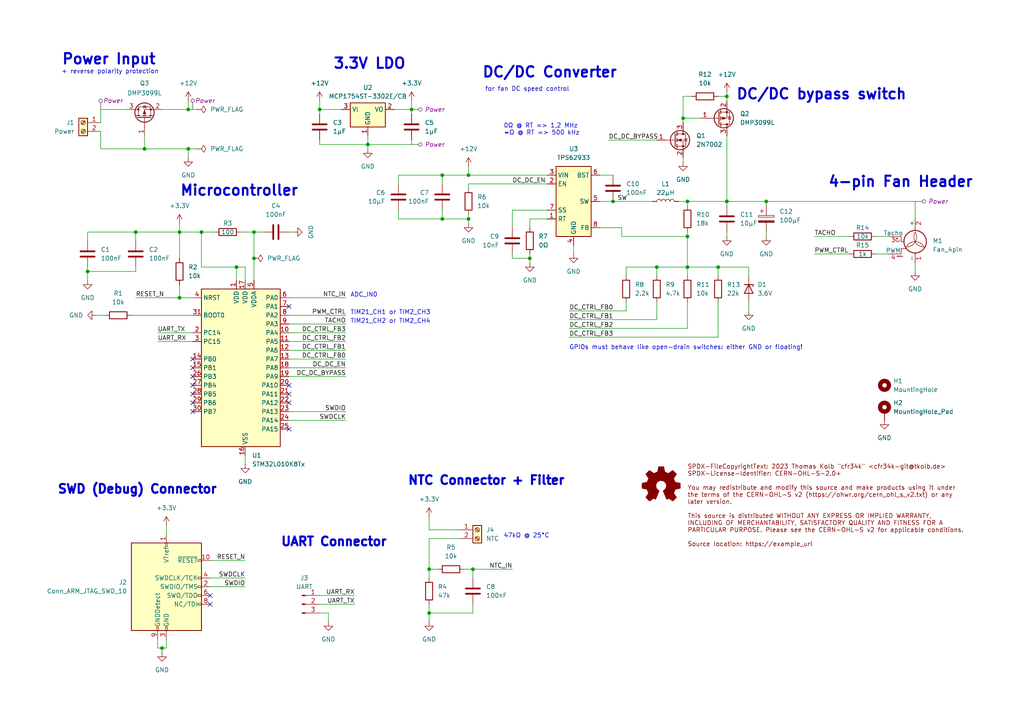
<source format=kicad_sch>
(kicad_sch (version 20230121) (generator eeschema)
  (paper "A4")
  (title_block (title "TinyFanControl") (date "2023-08-29") (rev "A"))
  (lib_symbols
    (symbol "Connector:Conn_01x03_Pin" (pin_names (offset 1.016) hide)
      (property "Reference" "J" (at 0 5.08 0))
      (property "Value" "Conn_01x03_Pin" (at 0 -5.08 0))
      (symbol "Conn_01x03_Pin_1_1"
        (pin passive line (at 5.08 2.54 180) (length 3.81) (name "Pin_1") (number "1"))
        (pin passive line (at 5.08 0 180) (length 3.81) (name "Pin_2") (number "2"))
        (pin passive line (at 5.08 -2.54 180) (length 3.81) (name "Pin_3") (number "3"))
      )
    )
    (symbol "Connector:Conn_ARM_JTAG_SWD_10" (pin_names (offset 1.016))
      (property "Reference" "J" (at -2.54 16.51 0))
      (property "Value" "Conn_ARM_JTAG_SWD_10" (at -2.54 13.97 0))
      (symbol "Conn_ARM_JTAG_SWD_10_1_1"
        (pin power_in line (at 0 15.24 270) (length 2.54) (name "VTref") (number "1"))
        (pin open_collector line (at 12.7 7.62 180) (length 2.54) (name "~{RESET}") (number "10"))
        (pin bidirectional line (at 12.7 0 180) (length 2.54) (name "SWDIO/TMS") (number "2"))
        (pin power_in line (at 0 -15.24 90) (length 2.54) (name "GND") (number "3"))
        (pin output line (at 12.7 2.54 180) (length 2.54) (name "SWDCLK/TCK") (number "4"))
        (pin passive line (at 0 -15.24 90) (length 2.54) hide (name "GND") (number "5"))
        (pin input line (at 12.7 -2.54 180) (length 2.54) (name "SWO/TDO") (number "6"))
        (pin no_connect line (at -10.16 0 0) (length 2.54) hide (name "KEY") (number "7"))
        (pin output line (at 12.7 -5.08 180) (length 2.54) (name "NC/TDI") (number "8"))
        (pin passive line (at -2.54 -15.24 90) (length 2.54) (name "GNDDetect") (number "9"))
      )
    )
    (symbol "Connector:Screw_Terminal_01x02" (pin_names (offset 1.016) hide)
      (property "Reference" "J" (at 0 2.54 0))
      (property "Value" "Screw_Terminal_01x02" (at 0 -5.08 0))
      (symbol "Screw_Terminal_01x02_1_1"
        (pin passive line (at -5.08 0 0) (length 3.81) (name "Pin_1") (number "1"))
        (pin passive line (at -5.08 -2.54 0) (length 3.81) (name "Pin_2") (number "2"))
      )
    )
    (symbol "Device:C" (pin_numbers hide) (pin_names (offset 0.254))
      (property "Reference" "C" (at 0.635 2.54 0))
      (property "Value" "C" (at 0.635 -2.54 0))
      (symbol "C_1_1"
        (pin passive line (at 0 3.81 270) (length 2.794) (name "~") (number "1"))
        (pin passive line (at 0 -3.81 90) (length 2.794) (name "~") (number "2"))
      )
    )
    (symbol "Device:C_Polarized" (pin_numbers hide) (pin_names (offset 0.254))
      (property "Reference" "C" (at 0.635 2.54 0))
      (property "Value" "C_Polarized" (at 0.635 -2.54 0))
      (symbol "C_Polarized_1_1"
        (pin passive line (at 0 3.81 270) (length 2.794) (name "~") (number "1"))
        (pin passive line (at 0 -3.81 90) (length 2.794) (name "~") (number "2"))
      )
    )
    (symbol "Device:D_Zener" (pin_numbers hide) (pin_names (offset 1.016) hide)
      (property "Reference" "D" (at 0 2.54 0))
      (property "Value" "D_Zener" (at 0 -2.54 0))
      (symbol "D_Zener_1_1"
        (pin passive line (at -3.81 0 0) (length 2.54) (name "K") (number "1"))
        (pin passive line (at 3.81 0 180) (length 2.54) (name "A") (number "2"))
      )
    )
    (symbol "Device:L" (pin_numbers hide) (pin_names (offset 1.016) hide)
      (property "Reference" "L" (at -1.27 0 90))
      (property "Value" "L" (at 1.905 0 90))
      (symbol "L_1_1"
        (pin passive line (at 0 3.81 270) (length 1.27) (name "1") (number "1"))
        (pin passive line (at 0 -3.81 90) (length 1.27) (name "2") (number "2"))
      )
    )
    (symbol "Device:R" (pin_numbers hide) (pin_names (offset 0))
      (property "Reference" "R" (at 2.032 0 90))
      (property "Value" "R" (at 0 0 90))
      (symbol "R_1_1"
        (pin passive line (at 0 3.81 270) (length 1.27) (name "~") (number "1"))
        (pin passive line (at 0 -3.81 90) (length 1.27) (name "~") (number "2"))
      )
    )
    (symbol "Graphic:Logo_Open_Hardware_Small" (in_bom no) (on_board no))
    (symbol "MCU_ST_STM32L0:STM32L010K8Tx"
      (property "Reference" "U" (at -10.16 24.13 0))
      (property "Value" "STM32L010K8Tx" (at 7.62 24.13 0))
      (symbol "STM32L010K8Tx_1_1"
        (pin power_in line (at 0 25.4 270) (length 2.54) (name "VDD") (number "1"))
        (pin bidirectional line (at 15.24 10.16 180) (length 2.54) (name "PA4") (number "10"))
        (pin bidirectional line (at 15.24 7.62 180) (length 2.54) (name "PA5") (number "11"))
        (pin bidirectional line (at 15.24 5.08 180) (length 2.54) (name "PA6") (number "12"))
        (pin bidirectional line (at 15.24 2.54 180) (length 2.54) (name "PA7") (number "13"))
        (pin bidirectional line (at -12.7 2.54 0) (length 2.54) (name "PB0") (number "14"))
        (pin bidirectional line (at -12.7 0 0) (length 2.54) (name "PB1") (number "15"))
        (pin power_in line (at 2.54 -25.4 90) (length 2.54) (name "VSS") (number "16"))
        (pin power_in line (at 2.54 25.4 270) (length 2.54) (name "VDD") (number "17"))
        (pin bidirectional line (at 15.24 0 180) (length 2.54) (name "PA8") (number "18"))
        (pin bidirectional line (at 15.24 -2.54 180) (length 2.54) (name "PA9") (number "19"))
        (pin bidirectional line (at -12.7 10.16 0) (length 2.54) (name "PC14") (number "2"))
        (pin bidirectional line (at 15.24 -5.08 180) (length 2.54) (name "PA10") (number "20"))
        (pin bidirectional line (at 15.24 -7.62 180) (length 2.54) (name "PA11") (number "21"))
        (pin bidirectional line (at 15.24 -10.16 180) (length 2.54) (name "PA12") (number "22"))
        (pin bidirectional line (at 15.24 -12.7 180) (length 2.54) (name "PA13") (number "23"))
        (pin bidirectional line (at 15.24 -15.24 180) (length 2.54) (name "PA14") (number "24"))
        (pin bidirectional line (at 15.24 -17.78 180) (length 2.54) (name "PA15") (number "25"))
        (pin bidirectional line (at -12.7 -2.54 0) (length 2.54) (name "PB3") (number "26"))
        (pin bidirectional line (at -12.7 -5.08 0) (length 2.54) (name "PB4") (number "27"))
        (pin bidirectional line (at -12.7 -7.62 0) (length 2.54) (name "PB5") (number "28"))
        (pin bidirectional line (at -12.7 -10.16 0) (length 2.54) (name "PB6") (number "29"))
        (pin bidirectional line (at -12.7 7.62 0) (length 2.54) (name "PC15") (number "3"))
        (pin bidirectional line (at -12.7 -12.7 0) (length 2.54) (name "PB7") (number "30"))
        (pin input line (at -12.7 15.24 0) (length 2.54) (name "BOOT0") (number "31"))
        (pin passive line (at 2.54 -25.4 90) (length 2.54) hide (name "VSS") (number "32"))
        (pin input line (at -12.7 20.32 0) (length 2.54) (name "NRST") (number "4"))
        (pin power_in line (at 5.08 25.4 270) (length 2.54) (name "VDDA") (number "5"))
        (pin bidirectional line (at 15.24 20.32 180) (length 2.54) (name "PA0") (number "6"))
        (pin bidirectional line (at 15.24 17.78 180) (length 2.54) (name "PA1") (number "7"))
        (pin bidirectional line (at 15.24 15.24 180) (length 2.54) (name "PA2") (number "8"))
        (pin bidirectional line (at 15.24 12.7 180) (length 2.54) (name "PA3") (number "9"))
      )
    )
    (symbol "Mechanical:MountingHole" (pin_names (offset 1.016))
      (property "Reference" "H" (at 0 5.08 0))
      (property "Value" "MountingHole" (at 0 3.175 0))
    )
    (symbol "Mechanical:MountingHole_Pad" (pin_numbers hide) (pin_names (offset 1.016) hide)
      (property "Reference" "H" (at 0 6.35 0))
      (property "Value" "MountingHole_Pad" (at 0 4.445 0))
      (symbol "MountingHole_Pad_1_1"
        (pin input line (at 0 -2.54 90) (length 2.54) (name "1") (number "1"))
      )
    )
    (symbol "Motor:Fan_4pin" (pin_names (offset 0))
      (property "Reference" "M" (at 2.54 5.08 0))
      (property "Value" "Fan_4pin" (at 2.54 -2.54 0))
      (symbol "Fan_4pin_1_1"
        (pin passive line (at 0 -5.08 90) (length 2.54) (name "-") (number "1"))
        (pin passive line (at 0 7.62 270) (length 2.54) (name "+") (number "2"))
        (pin passive line (at -7.62 2.54 0) (length 2.54) (name "Tacho") (number "3"))
        (pin input line (at -7.62 -2.54 0) (length 2.54) (name "PWM") (number "4"))
      )
    )
    (symbol "Regulator_Linear:MCP1754S-3302xCB"
      (property "Reference" "U" (at -3.81 3.175 0))
      (property "Value" "MCP1754S-3302xCB" (at -0.635 3.175 0))
      (symbol "MCP1754S-3302xCB_1_1"
        (pin power_in line (at 0 -7.62 90) (length 2.54) (name "GND") (number "1"))
        (pin power_out line (at 7.62 0 180) (length 2.54) (name "VO") (number "2"))
        (pin power_in line (at -7.62 0 0) (length 2.54) (name "VI") (number "3"))
      )
    )
    (symbol "Regulator_Switching:TPS62933"
      (property "Reference" "U" (at 0 13.97 0))
      (property "Value" "TPS62933" (at 0 11.43 0))
      (symbol "TPS62933_1_1"
        (pin passive line (at -7.62 -5.08 0) (length 2.54) (name "RT") (number "1"))
        (pin input line (at -7.62 5.08 0) (length 2.54) (name "EN") (number "2"))
        (pin power_in line (at -7.62 7.62 0) (length 2.54) (name "VIN") (number "3"))
        (pin power_in line (at 0 -12.7 90) (length 2.54) (name "GND") (number "4"))
        (pin output line (at 7.62 0 180) (length 2.54) (name "SW") (number "5"))
        (pin passive line (at 7.62 7.62 180) (length 2.54) (name "BST") (number "6"))
        (pin passive line (at -7.62 -2.54 0) (length 2.54) (name "SS") (number "7"))
        (pin input line (at 7.62 -7.62 180) (length 2.54) (name "FB") (number "8"))
      )
    )
    (symbol "Transistor_FET:2N7002" (pin_names hide)
      (property "Reference" "Q" (at 5.08 1.905 0))
      (property "Value" "2N7002" (at 5.08 0 0))
      (symbol "2N7002_1_1"
        (pin input line (at -5.08 0 0) (length 2.54) (name "G") (number "1"))
        (pin passive line (at 2.54 -5.08 90) (length 2.54) (name "S") (number "2"))
        (pin passive line (at 2.54 5.08 270) (length 2.54) (name "D") (number "3"))
      )
    )
    (symbol "Transistor_FET:DMP3099L" (pin_names hide)
      (property "Reference" "Q" (at 5.08 1.905 0))
      (property "Value" "DMP3099L" (at 5.08 0 0))
      (symbol "DMP3099L_1_1"
        (pin input line (at -5.08 0 0) (length 2.54) (name "G") (number "1"))
        (pin passive line (at 2.54 -5.08 90) (length 2.54) (name "S") (number "2"))
        (pin passive line (at 2.54 5.08 270) (length 2.54) (name "D") (number "3"))
      )
    )
    (symbol "power:+12V" (power) (pin_names (offset 0))
      (property "Value" "+12V" (at 0 3.556 0))
      (symbol "+12V_1_1"
        (pin power_in line (at 0 0 90) (length 0) hide (name "+12V") (number "1"))
      )
    )
    (symbol "power:+3.3V" (power) (pin_names (offset 0))
      (property "Value" "+3.3V" (at 0 3.556 0))
      (symbol "+3.3V_1_1"
        (pin power_in line (at 0 0 90) (length 0) hide (name "+3.3V") (number "1"))
      )
    )
    (symbol "power:GND" (power) (pin_names (offset 0))
      (property "Value" "GND" (at 0 -3.81 0))
      (symbol "GND_1_1"
        (pin power_in line (at 0 0 270) (length 0) hide (name "GND") (number "1"))
      )
    )
    (symbol "power:PWR_FLAG" (power) (pin_numbers hide) (pin_names (offset 0) hide)
      (property "Value" "PWR_FLAG" (at 0 3.81 0))
      (symbol "PWR_FLAG_0_0"
        (pin power_out line (at 0 0 90) (length 0) (name "pwr") (number "1"))
      )
    )
  )
  (junction (at 58.42 67.31))
  (junction (at 222.25 58.42))
  (junction (at 73.66 74.93))
  (junction (at 190.5 77.47))
  (junction (at 128.27 50.8))
  (junction (at 153.67 74.93))
  (junction (at 73.66 67.31))
  (junction (at 52.07 67.31))
  (junction (at 135.89 63.5))
  (junction (at 137.16 165.1))
  (junction (at 199.39 77.47))
  (junction (at 41.91 43.18))
  (junction (at 68.58 77.47))
  (junction (at 124.46 165.1))
  (junction (at 54.61 43.18))
  (junction (at 106.68 41.91))
  (junction (at 25.4 78.74))
  (junction (at 177.8 58.42))
  (junction (at 210.82 58.42))
  (junction (at 39.37 67.31))
  (junction (at 208.28 77.47))
  (junction (at 198.12 34.29))
  (junction (at 54.61 31.75))
  (junction (at 52.07 86.36))
  (junction (at 135.89 50.8))
  (junction (at 199.39 68.58))
  (junction (at 124.46 177.8))
  (junction (at 92.71 31.75))
  (junction (at 128.27 63.5))
  (junction (at 210.82 27.94))
  (junction (at 119.38 31.75))
  (junction (at 46.99 187.96))
  (junction (at 199.39 58.42))
  (no_connect (at 55.88 104.14))
  (no_connect (at 83.82 124.46))
  (no_connect (at 83.82 116.84))
  (no_connect (at 55.88 114.3))
  (no_connect (at 83.82 88.9))
  (no_connect (at 55.88 106.68))
  (no_connect (at 55.88 119.38))
  (no_connect (at 55.88 116.84))
  (no_connect (at 83.82 114.3))
  (no_connect (at 55.88 109.22))
  (no_connect (at 83.82 111.76))
  (no_connect (at 55.88 111.76))
  (no_connect (at 60.96 172.72))
  (no_connect (at 60.96 175.26))
  (wire (pts (xy 71.12 132.08) (xy 71.12 134.62)))
  (wire (pts (xy 71.12 77.47) (xy 71.12 81.28)))
  (wire (pts (xy 210.82 59.69) (xy 210.82 58.42)))
  (wire (pts (xy 83.82 99.06) (xy 100.33 99.06)))
  (wire (pts (xy 39.37 77.47) (xy 39.37 78.74)))
  (wire (pts (xy 137.16 165.1) (xy 137.16 167.64)))
  (wire (pts (xy 199.39 68.58) (xy 199.39 77.47)))
  (wire (pts (xy 52.07 64.77) (xy 52.07 67.31)))
  (wire (pts (xy 254 68.58) (xy 257.81 68.58)))
  (wire (pts (xy 148.59 74.93) (xy 153.67 74.93)))
  (wire (pts (xy 222.25 67.31) (xy 222.25 68.58)))
  (wire (pts (xy 217.17 80.01) (xy 217.17 77.47)))
  (wire (pts (xy 124.46 165.1) (xy 127 165.1)))
  (wire (pts (xy 124.46 177.8) (xy 124.46 175.26)))
  (wire (pts (xy 39.37 86.36) (xy 52.07 86.36)))
  (wire (pts (xy 165.1 90.17) (xy 181.61 90.17)))
  (wire (pts (xy 83.82 109.22) (xy 100.33 109.22)))
  (wire (pts (xy 83.82 101.6) (xy 100.33 101.6)))
  (wire (pts (xy 210.82 39.37) (xy 210.82 58.42)))
  (wire (pts (xy 190.5 87.63) (xy 190.5 92.71)))
  (wire (pts (xy 217.17 77.47) (xy 208.28 77.47)))
  (wire (pts (xy 165.1 92.71) (xy 190.5 92.71)))
  (wire (pts (xy 137.16 177.8) (xy 124.46 177.8)))
  (wire (pts (xy 39.37 67.31) (xy 52.07 67.31)))
  (wire (pts (xy 135.89 54.61) (xy 135.89 53.34)))
  (wire (pts (xy 92.71 29.21) (xy 92.71 31.75)))
  (wire (pts (xy 199.39 58.42) (xy 199.39 59.69)))
  (wire (pts (xy 198.12 27.94) (xy 200.66 27.94)))
  (wire (pts (xy 124.46 153.67) (xy 133.35 153.67)))
  (wire (pts (xy 95.25 177.8) (xy 95.25 180.34)))
  (wire (pts (xy 190.5 80.01) (xy 190.5 77.47)))
  (wire (pts (xy 148.59 66.04) (xy 148.59 60.96)))
  (wire (pts (xy 124.46 165.1) (xy 124.46 156.21)))
  (wire (pts (xy 29.21 43.18) (xy 41.91 43.18)))
  (wire (pts (xy 41.91 39.37) (xy 41.91 43.18)))
  (wire (pts (xy 83.82 93.98) (xy 100.33 93.98)))
  (wire (pts (xy 73.66 81.28) (xy 73.66 74.93)))
  (wire (pts (xy 135.89 48.26) (xy 135.89 50.8)))
  (wire (pts (xy 198.12 34.29) (xy 198.12 35.56)))
  (wire (pts (xy 52.07 67.31) (xy 52.07 74.93)))
  (wire (pts (xy 60.96 170.18) (xy 71.12 170.18)))
  (wire (pts (xy 173.99 50.8) (xy 177.8 50.8)))
  (wire (pts (xy 83.82 86.36) (xy 100.33 86.36)))
  (wire (pts (xy 128.27 60.96) (xy 128.27 63.5)))
  (wire (pts (xy 177.8 58.42) (xy 189.23 58.42)))
  (wire (pts (xy 106.68 41.91) (xy 92.71 41.91)))
  (wire (pts (xy 265.43 76.2) (xy 265.43 78.74)))
  (wire (pts (xy 60.96 162.56) (xy 71.12 162.56)))
  (wire (pts (xy 54.61 29.21) (xy 54.61 31.75)))
  (wire (pts (xy 68.58 77.47) (xy 68.58 81.28)))
  (wire (pts (xy 236.22 68.58) (xy 246.38 68.58)))
  (wire (pts (xy 25.4 77.47) (xy 25.4 78.74)))
  (wire (pts (xy 222.25 58.42) (xy 222.25 59.69)))
  (wire (pts (xy 54.61 43.18) (xy 54.61 45.72)))
  (wire (pts (xy 119.38 31.75) (xy 119.38 33.02)))
  (wire (pts (xy 69.85 67.31) (xy 73.66 67.31)))
  (wire (pts (xy 92.71 31.75) (xy 99.06 31.75)))
  (wire (pts (xy 106.68 39.37) (xy 106.68 41.91)))
  (wire (pts (xy 173.99 58.42) (xy 177.8 58.42)))
  (wire (pts (xy 29.21 31.75) (xy 36.83 31.75)))
  (wire (pts (xy 153.67 73.66) (xy 153.67 74.93)))
  (wire (pts (xy 180.34 68.58) (xy 199.39 68.58)))
  (wire (pts (xy 165.1 95.25) (xy 199.39 95.25)))
  (wire (pts (xy 83.82 119.38) (xy 100.33 119.38)))
  (wire (pts (xy 52.07 86.36) (xy 55.88 86.36)))
  (wire (pts (xy 181.61 77.47) (xy 190.5 77.47)))
  (wire (pts (xy 54.61 31.75) (xy 57.15 31.75)))
  (wire (pts (xy 115.57 60.96) (xy 115.57 63.5)))
  (wire (pts (xy 45.72 185.42) (xy 45.72 187.96)))
  (wire (pts (xy 148.59 73.66) (xy 148.59 74.93)))
  (wire (pts (xy 135.89 50.8) (xy 158.75 50.8)))
  (wire (pts (xy 208.28 77.47) (xy 208.28 80.01)))
  (wire (pts (xy 83.82 96.52) (xy 100.33 96.52)))
  (wire (pts (xy 41.91 43.18) (xy 54.61 43.18)))
  (wire (pts (xy 176.53 40.64) (xy 190.5 40.64)))
  (wire (pts (xy 180.34 68.58) (xy 180.34 66.04)))
  (wire (pts (xy 83.82 106.68) (xy 100.33 106.68)))
  (wire (pts (xy 198.12 45.72) (xy 198.12 46.99)))
  (wire (pts (xy 199.39 77.47) (xy 208.28 77.47)))
  (wire (pts (xy 199.39 87.63) (xy 199.39 95.25)))
  (wire (pts (xy 39.37 67.31) (xy 39.37 69.85)))
  (wire (pts (xy 83.82 67.31) (xy 85.09 67.31)))
  (wire (pts (xy 137.16 175.26) (xy 137.16 177.8)))
  (wire (pts (xy 83.82 121.92) (xy 100.33 121.92)))
  (wire (pts (xy 46.99 31.75) (xy 54.61 31.75)))
  (wire (pts (xy 181.61 80.01) (xy 181.61 77.47)))
  (wire (pts (xy 73.66 67.31) (xy 76.2 67.31)))
  (wire (pts (xy 153.67 63.5) (xy 158.75 63.5)))
  (wire (pts (xy 48.26 187.96) (xy 48.26 185.42)))
  (wire (pts (xy 60.96 167.64) (xy 71.12 167.64)))
  (wire (pts (xy 190.5 77.47) (xy 199.39 77.47)))
  (wire (pts (xy 210.82 67.31) (xy 210.82 68.58)))
  (wire (pts (xy 29.21 31.75) (xy 29.21 35.56)))
  (wire (pts (xy 58.42 67.31) (xy 52.07 67.31)))
  (wire (pts (xy 124.46 177.8) (xy 124.46 180.34)))
  (wire (pts (xy 58.42 67.31) (xy 62.23 67.31)))
  (wire (pts (xy 128.27 63.5) (xy 135.89 63.5)))
  (wire (pts (xy 210.82 27.94) (xy 210.82 29.21)))
  (wire (pts (xy 119.38 41.91) (xy 106.68 41.91)))
  (wire (pts (xy 92.71 175.26) (xy 102.87 175.26)))
  (wire (pts (xy 68.58 77.47) (xy 58.42 77.47)))
  (wire (pts (xy 180.34 66.04) (xy 173.99 66.04)))
  (wire (pts (xy 73.66 74.93) (xy 73.66 67.31)))
  (wire (pts (xy 236.22 73.66) (xy 246.38 73.66)))
  (wire (pts (xy 119.38 40.64) (xy 119.38 41.91)))
  (wire (pts (xy 196.85 58.42) (xy 199.39 58.42)))
  (wire (pts (xy 45.72 187.96) (xy 46.99 187.96)))
  (wire (pts (xy 199.39 58.42) (xy 210.82 58.42)))
  (wire (pts (xy 165.1 97.79) (xy 208.28 97.79)))
  (wire (pts (xy 124.46 149.86) (xy 124.46 153.67)))
  (wire (pts (xy 83.82 104.14) (xy 100.33 104.14)))
  (wire (pts (xy 25.4 78.74) (xy 39.37 78.74)))
  (wire (pts (xy 45.72 99.06) (xy 55.88 99.06)))
  (wire (pts (xy 38.1 91.44) (xy 55.88 91.44)))
  (wire (pts (xy 92.71 33.02) (xy 92.71 31.75)))
  (wire (pts (xy 199.39 77.47) (xy 199.39 80.01)))
  (wire (pts (xy 265.43 58.42) (xy 265.43 63.5)))
  (wire (pts (xy 166.37 71.12) (xy 166.37 73.66)))
  (wire (pts (xy 128.27 50.8) (xy 135.89 50.8)))
  (wire (pts (xy 208.28 87.63) (xy 208.28 97.79)))
  (wire (pts (xy 135.89 63.5) (xy 135.89 64.77)))
  (wire (pts (xy 92.71 177.8) (xy 95.25 177.8)))
  (wire (pts (xy 135.89 62.23) (xy 135.89 63.5)))
  (wire (pts (xy 115.57 63.5) (xy 128.27 63.5)))
  (wire (pts (xy 153.67 66.04) (xy 153.67 63.5)))
  (wire (pts (xy 92.71 172.72) (xy 102.87 172.72)))
  (wire (pts (xy 137.16 165.1) (xy 148.59 165.1)))
  (wire (pts (xy 135.89 53.34) (xy 158.75 53.34)))
  (wire (pts (xy 106.68 41.91) (xy 106.68 43.18)))
  (wire (pts (xy 181.61 87.63) (xy 181.61 90.17)))
  (wire (pts (xy 25.4 67.31) (xy 39.37 67.31)))
  (wire (pts (xy 124.46 167.64) (xy 124.46 165.1)))
  (wire (pts (xy 58.42 77.47) (xy 58.42 67.31)))
  (wire (pts (xy 115.57 53.34) (xy 115.57 50.8)))
  (wire (pts (xy 27.94 91.44) (xy 30.48 91.44)))
  (wire (pts (xy 48.26 152.4) (xy 48.26 154.94)))
  (wire (pts (xy 45.72 96.52) (xy 55.88 96.52)))
  (wire (pts (xy 46.99 187.96) (xy 46.99 189.23)))
  (wire (pts (xy 153.67 74.93) (xy 153.67 76.2)))
  (wire (pts (xy 217.17 87.63) (xy 217.17 90.17)))
  (wire (pts (xy 222.25 58.42) (xy 265.43 58.42)))
  (wire (pts (xy 54.61 43.18) (xy 57.15 43.18)))
  (wire (pts (xy 29.21 43.18) (xy 29.21 38.1)))
  (wire (pts (xy 128.27 53.34) (xy 128.27 50.8)))
  (wire (pts (xy 115.57 50.8) (xy 128.27 50.8)))
  (wire (pts (xy 25.4 78.74) (xy 25.4 81.28)))
  (wire (pts (xy 46.99 187.96) (xy 48.26 187.96)))
  (wire (pts (xy 134.62 165.1) (xy 137.16 165.1)))
  (wire (pts (xy 114.3 31.75) (xy 119.38 31.75)))
  (wire (pts (xy 254 73.66) (xy 257.81 73.66)))
  (wire (pts (xy 210.82 26.67) (xy 210.82 27.94)))
  (wire (pts (xy 68.58 77.47) (xy 71.12 77.47)))
  (wire (pts (xy 92.71 41.91) (xy 92.71 40.64)))
  (wire (pts (xy 210.82 58.42) (xy 222.25 58.42)))
  (wire (pts (xy 198.12 34.29) (xy 198.12 27.94)))
  (wire (pts (xy 199.39 67.31) (xy 199.39 68.58)))
  (wire (pts (xy 148.59 60.96) (xy 158.75 60.96)))
  (wire (pts (xy 83.82 91.44) (xy 100.33 91.44)))
  (wire (pts (xy 25.4 67.31) (xy 25.4 69.85)))
  (wire (pts (xy 124.46 156.21) (xy 133.35 156.21)))
  (wire (pts (xy 208.28 27.94) (xy 210.82 27.94)))
  (wire (pts (xy 52.07 82.55) (xy 52.07 86.36)))
  (wire (pts (xy 198.12 34.29) (xy 203.2 34.29)))
  (wire (pts (xy 119.38 29.21) (xy 119.38 31.75)))
  (text "Power Input" (at 17.78 19.05 0) (effects (font (size 3 3) (thickness 0.6) bold) (justify left bottom)))
  (text "TIM21_CH2 or TIM2_CH4\n" (at 101.6 93.98 0) (effects (font (size 1.27 1.27)) (justify left bottom)))
  (text "3.3V LDO" (at 96.52 20.32 0) (effects (font (size 3 3) (thickness 0.6) bold) (justify left bottom)))
  (text "ADC_IN0" (at 101.6 86.36 0) (effects (font (size 1.27 1.27)) (justify left bottom)))
  (text "4-pin Fan Header" (at 240.03 54.61 0) (effects (font (size 3 3) (thickness 0.6) bold) (justify left bottom)))
  (text "Microcontroller" (at 52.07 57.15 0) (effects (font (size 3 3) (thickness 0.6) bold) (justify left bottom)))
  (text "SPDX-FileCopyrightText: 2023 Thomas Kolb \"cfr34k\" <cfr34k-git@tkolb.de>\nSPDX-License-Identifier: CERN-OHL-S-2.0+\n\nYou may redistribute and modify this source and make products using it under\nthe terms of the CERN-OHL-S v2 (https://ohwr.org/cern_ohl_s_v2.txt) or any\nlater version.\n\nThis source is distributed WITHOUT ANY EXPRESS OR IMPLIED WARRANTY,\nINCLUDING OF MERCHANTABILITY, SATISFACTORY QUALITY AND FITNESS FOR A\nPARTICULAR PURPOSE. Please see the CERN-OHL-S v2 for applicable conditions.\n\nSource location: https://example_url\n" (at 199.39 158.75 0) (effects (font (size 1.27 1.27)) (justify left bottom)))
  (text "0Ω @ RT => 1,2 MHz\n∞Ω @ RT => 500 kHz" (at 146.05 39.37 0) (effects (font (size 1.27 1.27)) (justify left bottom)))
  (text "UART Connector" (at 81.28 158.75 0) (effects (font (size 2.54 2.54) (thickness 0.6) bold) (justify left bottom)))
  (text " for fan DC speed control" (at 139.7 26.67 0) (effects (font (size 1.27 1.27)) (justify left bottom)))
  (text "TIM21_CH1 or TIM2_CH3" (at 101.6 91.44 0) (effects (font (size 1.27 1.27)) (justify left bottom)))
  (text "DC/DC bypass switch" (at 213.36 29.21 0) (effects (font (size 3 3) (thickness 0.6) bold) (justify left bottom)))
  (text "DC/DC Converter" (at 139.7 22.86 0) (effects (font (size 3 3) (thickness 0.6) bold) (justify left bottom)))
  (text "47kΩ @ 25°C" (at 146.05 156.21 0) (effects (font (size 1.27 1.27)) (justify left bottom)))
  (text "GPIOs must behave like open-drain switches: either GND or floating!" (at 165.1 101.6 0) (effects (font (size 1.27 1.27)) (justify left bottom)))
  (text "NTC Connector + Filter" (at 118.11 140.97 0) (effects (font (size 2.54 2.54) (thickness 0.6) bold) (justify left bottom)))
  (text "SWD (Debug) Connector" (at 16.51 143.51 0) (effects (font (size 2.54 2.54) (thickness 0.6) bold) (justify left bottom)))
  (text "+ reverse polarity protection" (at 17.78 21.59 0) (effects (font (size 1.27 1.27)) (justify left bottom)))
  (label "DC_DC_EN" (at 148.59 53.34 0))
  (label "DC_DC_EN" (at 100.33 106.68 180))
  (label "DC_CTRL_FB3" (at 165.1 97.79 0))
  (label "SW" (at 179.07 58.42 0))
  (label "NTC_IN" (at 100.33 86.36 180))
  (label "DC_DC_BYPASS" (at 100.33 109.22 180))
  (label "DC_CTRL_FB1" (at 100.33 101.6 180))
  (label "DC_CTRL_FB1" (at 165.1 92.71 0))
  (label "RESET_N" (at 71.12 162.56 180))
  (label "RESET_N" (at 39.37 86.36 0))
  (label "SWDCLK" (at 100.33 121.92 180))
  (label "PWM_CTRL" (at 100.33 91.44 180))
  (label "TACHO" (at 236.22 68.58 0))
  (label "DC_CTRL_FB0" (at 100.33 104.14 180))
  (label "SWDIO" (at 100.33 119.38 180))
  (label "SWDCLK" (at 71.12 167.64 180))
  (label "PWM_CTRL" (at 236.22 73.66 0))
  (label "UART_RX" (at 45.72 99.06 0))
  (label "DC_CTRL_FB3" (at 100.33 96.52 180))
  (label "DC_CTRL_FB0" (at 165.1 90.17 0))
  (label "SWDIO" (at 71.12 170.18 180))
  (label "UART_TX" (at 45.72 96.52 0))
  (label "UART_RX" (at 102.87 172.72 180))
  (label "NTC_IN" (at 148.59 165.1 180))
  (label "DC_CTRL_FB2" (at 165.1 95.25 0))
  (label "DC_CTRL_FB2" (at 100.33 99.06 180))
  (label "TACHO" (at 100.33 93.98 180))
  (label "DC_DC_BYPASS" (at 176.53 40.64 0))
  (label "UART_TX" (at 102.87 175.26 180))
  (netclass_flag "" (length 2.54) (shape round) (at 265.43 58.42 270) (property "Netclass" "Power" (at 269.24 58.42 0) (effects (font italic) (justify left))))
  (netclass_flag "" (length 2.54) (shape round) (at 29.21 31.75 0) (property "Netclass" "Power" (at 29.9085 29.21 0) (effects (font italic) (justify left))))
  (netclass_flag "" (length 2.54) (shape round) (at 55.88 31.75 0) (property "Netclass" "Power" (at 56.5785 29.21 0) (effects (font italic) (justify left))))
  (netclass_flag "" (length 2.54) (shape round) (at 119.38 31.75 270) (property "Netclass" "Power" (at 123.19 31.75 0) (effects (font italic) (justify left))))
  (netclass_flag "" (length 2.54) (shape round) (at 119.38 41.91 270) (property "Netclass" "Power" (at 123.19 41.91 0) (effects (font italic) (justify left))))
  (symbol (lib_id "power:GND") (at 217.17 90.17 0) (unit 1)
    (property "Reference" "#PWR023" (effects hide))
    (property "Value" "GND" (at 217.17 95.25 0))
  )
  (symbol (lib_id "Connector:Conn_01x03_Pin") (at 87.63 175.26 0) (unit 1)
    (property "Reference" "J3" (at 88.265 167.64 0))
    (property "Value" "UART" (at 88.265 170.18 0))
    (property "Footprint" "Connector_PinHeader_2.54mm:PinHeader_1x03_P2.54mm_Vertical" (effects hide))
  )
  (symbol (lib_id "power:+3.3V") (at 124.46 149.86 0) (unit 1)
    (property "Reference" "#PWR014" (effects hide))
    (property "Value" "+3.3V" (at 124.46 144.78 0))
  )
  (symbol (lib_id "Mechanical:MountingHole") (at 256.54 111.76 0) (unit 1)
    (property "Reference" "H1" (at 259.08 110.49 0) (effects (justify left)))
    (property "Value" "MountingHole" (at 259.08 113.03 0) (effects (justify left)))
    (property "Footprint" "MountingHole:MountingHole_3.2mm_M3" (effects hide))
  )
  (symbol (lib_id "power:+3.3V") (at 119.38 29.21 0) (unit 1)
    (property "Reference" "#PWR012" (effects hide))
    (property "Value" "+3.3V" (at 119.38 24.13 0))
  )
  (symbol (lib_id "Device:R") (at 124.46 171.45 0) (unit 1)
    (property "Reference" "R4" (at 127 170.18 0) (effects (justify left)))
    (property "Value" "47k" (at 127 172.72 0) (effects (justify left)))
    (property "Footprint" "Resistor_SMD:R_0603_1608Metric" (effects hide))
  )
  (symbol (lib_id "Device:C") (at 25.4 73.66 0) (unit 1)
    (property "Reference" "C1" (at 29.21 72.39 0) (effects (justify left)))
    (property "Value" "100nF" (at 29.21 74.93 0) (effects (justify left)))
    (property "Footprint" "Capacitor_SMD:C_0603_1608Metric" (effects hide))
  )
  (symbol (lib_id "Device:C") (at 115.57 57.15 0) (mirror y) (unit 1)
    (property "Reference" "C6" (at 111.76 55.88 0) (effects (justify left)))
    (property "Value" "10μF" (at 111.76 58.42 0) (effects (justify left)))
    (property "Footprint" "Capacitor_SMD:C_0805_2012Metric" (effects hide))
  )
  (symbol (lib_id "Regulator_Switching:TPS62933") (at 166.37 58.42 0) (unit 1)
    (property "Reference" "U3" (at 166.37 43.18 0))
    (property "Value" "TPS62933" (at 166.37 45.72 0))
    (property "Footprint" "Package_TO_SOT_SMD:SOT-583-8" (effects hide))
    (property "Datasheet" "https://www.ti.com/lit/ds/symlink/tps62933.pdf" (effects hide))
  )
  (symbol (lib_id "Device:C") (at 39.37 73.66 0) (unit 1)
    (property "Reference" "C2" (at 43.18 72.39 0) (effects (justify left)))
    (property "Value" "100nF" (at 43.18 74.93 0) (effects (justify left)))
    (property "Footprint" "Capacitor_SMD:C_0603_1608Metric" (effects hide))
  )
  (symbol (lib_id "power:GND") (at 85.09 67.31 90) (unit 1)
    (property "Reference" "#PWR011" (effects hide))
    (property "Value" "GND" (at 90.17 67.31 0))
  )
  (symbol (lib_id "Device:R") (at 66.04 67.31 90) (unit 1)
    (property "Reference" "R3" (at 66.04 64.77 90))
    (property "Value" "100" (at 66.04 67.31 90))
    (property "Footprint" "Resistor_SMD:R_0603_1608Metric" (effects hide))
  )
  (symbol (lib_id "Transistor_FET:DMP3099L") (at 208.28 34.29 0) (mirror x) (unit 1)
    (property "Reference" "Q2" (at 214.63 33.02 0) (effects (justify left)))
    (property "Value" "DMP3099L" (at 214.63 35.56 0) (effects (justify left)))
    (property "Footprint" "Package_TO_SOT_SMD:SOT-23" (effects hide))
    (property "Datasheet" "http://www.vishay.com/docs/70209/70209.pdf" (effects hide))
  )
  (symbol (lib_id "Device:C") (at 210.82 63.5 0) (unit 1)
    (property "Reference" "C11" (at 214.63 62.23 0) (effects (justify left)))
    (property "Value" "10μF" (at 214.63 64.77 0) (effects (justify left)))
    (property "Footprint" "Capacitor_SMD:C_0805_2012Metric" (effects hide))
  )
  (symbol (lib_id "Device:C") (at 80.01 67.31 270) (unit 1)
    (property "Reference" "C4" (at 80.01 59.69 90))
    (property "Value" "100nF" (at 80.01 62.23 90))
    (property "Footprint" "Capacitor_SMD:C_0603_1608Metric" (effects hide))
  )
  (symbol (lib_id "Device:R") (at 190.5 83.82 0) (unit 1)
    (property "Reference" "R9" (at 193.04 82.55 0) (effects (justify left)))
    (property "Value" "4.7k" (at 193.04 85.09 0) (effects (justify left)))
    (property "Footprint" "Resistor_SMD:R_0603_1608Metric" (effects hide))
  )
  (symbol (lib_id "Graphic:Logo_Open_Hardware_Small") (at 191.77 140.97 0) (unit 1) (in_bom no) (on_board no)
    (property "Reference" "#SYM1" (effects hide))
    (property "Value" "Logo_Open_Hardware_Small" (effects hide))
    (property "Footprint" "Symbol:OSHW-Logo2_7.3x6mm_SilkScreen" (effects hide))
    (property "Sim.Enable" "0" (effects hide))
  )
  (symbol (lib_id "power:GND") (at 124.46 180.34 0) (unit 1)
    (property "Reference" "#PWR015" (effects hide))
    (property "Value" "GND" (at 124.46 185.42 0))
  )
  (symbol (lib_id "Device:C_Polarized") (at 222.25 63.5 0) (unit 1)
    (property "Reference" "C12" (at 226.06 61.341 0) (effects (justify left)))
    (property "Value" "100μF" (at 226.06 63.881 0) (effects (justify left)))
    (property "Footprint" "Capacitor_THT:CP_Radial_D10.0mm_P5.00mm" (effects hide))
  )
  (symbol (lib_id "Device:R") (at 34.29 91.44 270) (unit 1)
    (property "Reference" "R1" (at 34.29 85.09 90))
    (property "Value" "10k" (at 34.29 87.63 90))
    (property "Footprint" "Resistor_SMD:R_0603_1608Metric" (effects hide))
  )
  (symbol (lib_id "power:+12V") (at 210.82 26.67 0) (unit 1)
    (property "Reference" "#PWR021" (effects hide))
    (property "Value" "+12V" (at 210.82 21.59 0))
  )
  (symbol (lib_id "power:GND") (at 54.61 45.72 0) (unit 1)
    (property "Reference" "#PWR04" (effects hide))
    (property "Value" "GND" (at 54.61 50.8 0))
  )
  (symbol (lib_id "power:GND") (at 153.67 76.2 0) (unit 1)
    (property "Reference" "#PWR018" (effects hide))
    (property "Value" "GND" (at 153.67 81.28 0))
  )
  (symbol (lib_id "Transistor_FET:2N7002") (at 195.58 40.64 0) (unit 1)
    (property "Reference" "Q1" (at 201.93 39.37 0) (effects (justify left)))
    (property "Value" "2N7002" (at 201.93 41.91 0) (effects (justify left)))
    (property "Footprint" "Package_TO_SOT_SMD:SOT-23" (effects hide))
    (property "Datasheet" "https://www.onsemi.com/pub/Collateral/NDS7002A-D.PDF" (effects hide))
  )
  (symbol (lib_id "Device:R") (at 130.81 165.1 270) (unit 1)
    (property "Reference" "R5" (at 130.81 158.75 90))
    (property "Value" "10k" (at 130.81 161.29 90))
    (property "Footprint" "Resistor_SMD:R_0603_1608Metric" (effects hide))
  )
  (symbol (lib_id "Device:R") (at 199.39 83.82 0) (unit 1)
    (property "Reference" "R11" (at 201.93 82.55 0) (effects (justify left)))
    (property "Value" "10k" (at 201.93 85.09 0) (effects (justify left)))
    (property "Footprint" "Resistor_SMD:R_0603_1608Metric" (effects hide))
  )
  (symbol (lib_id "power:+12V") (at 92.71 29.21 0) (unit 1)
    (property "Reference" "#PWR08" (effects hide))
    (property "Value" "+12V" (at 92.71 24.13 0))
  )
  (symbol (lib_id "power:GND") (at 135.89 64.77 0) (unit 1)
    (property "Reference" "#PWR017" (effects hide))
    (property "Value" "GND" (at 135.89 69.85 0))
  )
  (symbol (lib_id "Device:R") (at 135.89 58.42 0) (unit 1)
    (property "Reference" "R6" (at 138.43 57.15 0) (effects (justify left)))
    (property "Value" "10k" (at 138.43 59.69 0) (effects (justify left)))
    (property "Footprint" "Resistor_SMD:R_0603_1608Metric" (effects hide))
  )
  (symbol (lib_id "Device:C") (at 148.59 69.85 0) (mirror y) (unit 1)
    (property "Reference" "C9" (at 144.78 68.58 0) (effects (justify left)))
    (property "Value" "10nF" (at 144.78 71.12 0) (effects (justify left)))
    (property "Footprint" "Capacitor_SMD:C_0603_1608Metric" (effects hide))
  )
  (symbol (lib_id "Connector:Screw_Terminal_01x02") (at 24.13 35.56 0) (mirror y) (unit 1)
    (property "Reference" "J1" (at 21.59 35.56 0) (effects (justify left)))
    (property "Value" "Power" (at 21.59 38.1 0) (effects (justify left)))
    (property "Footprint" "TerminalBlock_RND:TerminalBlock_RND_205-00045_1x02_P5.00mm_Horizontal" (effects hide))
  )
  (symbol (lib_id "Motor:Fan_4pin") (at 265.43 71.12 0) (unit 1)
    (property "Reference" "M1" (at 270.51 69.85 0) (effects (justify left)))
    (property "Value" "Fan_4pin" (at 270.51 72.39 0) (effects (justify left)))
    (property "Footprint" "Connector:FanPinHeader_1x04_P2.54mm_Vertical" (effects hide))
    (property "Datasheet" "http://www.formfactors.org/developer%5Cspecs%5Crev1_2_public.pdf" (effects hide))
    (property "Part Number" "Molex 47053-1000" (effects hide))
  )
  (symbol (lib_id "power:PWR_FLAG") (at 57.15 31.75 270) (unit 1)
    (property "Reference" "#FLG01" (effects hide))
    (property "Value" "PWR_FLAG" (at 60.96 31.75 90) (effects (justify left)))
  )
  (symbol (lib_id "power:GND") (at 256.54 121.92 0) (unit 1)
    (property "Reference" "#PWR025" (effects hide))
    (property "Value" "GND" (at 256.54 127 0))
  )
  (symbol (lib_id "power:GND") (at 95.25 180.34 0) (unit 1)
    (property "Reference" "#PWR013" (effects hide))
    (property "Value" "GND" (at 95.25 185.42 0))
  )
  (symbol (lib_id "Device:R") (at 153.67 69.85 0) (unit 1)
    (property "Reference" "R7" (at 156.21 68.58 0) (effects (justify left)))
    (property "Value" "0Ω" (at 156.21 71.12 0) (effects (justify left)))
    (property "Footprint" "Resistor_SMD:R_0603_1608Metric" (effects hide))
  )
  (symbol (lib_id "power:+3.3V") (at 52.07 64.77 0) (unit 1)
    (property "Reference" "#PWR07" (effects hide))
    (property "Value" "+3.3V" (at 52.07 59.69 0))
  )
  (symbol (lib_id "Device:C") (at 177.8 54.61 0) (unit 1)
    (property "Reference" "C10" (at 181.61 53.34 0) (effects (justify left)))
    (property "Value" "100nF" (at 181.61 55.88 0) (effects (justify left)))
    (property "Footprint" "Capacitor_SMD:C_0603_1608Metric" (effects hide))
  )
  (symbol (lib_id "power:GND") (at 198.12 46.99 0) (unit 1)
    (property "Reference" "#PWR020" (effects hide))
    (property "Value" "GND" (at 198.12 52.07 0))
  )
  (symbol (lib_id "Device:R") (at 204.47 27.94 90) (unit 1)
    (property "Reference" "R12" (at 204.47 21.59 90))
    (property "Value" "10k" (at 204.47 24.13 90))
    (property "Footprint" "Resistor_SMD:R_0603_1608Metric" (effects hide))
  )
  (symbol (lib_id "Mechanical:MountingHole_Pad") (at 256.54 119.38 0) (unit 1)
    (property "Reference" "H2" (at 259.08 116.84 0) (effects (justify left)))
    (property "Value" "MountingHole_Pad" (at 259.08 119.38 0) (effects (justify left)))
    (property "Footprint" "MountingHole:MountingHole_3.2mm_M3_Pad" (effects hide))
  )
  (symbol (lib_id "Device:R") (at 52.07 78.74 0) (unit 1)
    (property "Reference" "R2" (at 54.61 77.47 0) (effects (justify left)))
    (property "Value" "10k" (at 54.61 80.01 0) (effects (justify left)))
    (property "Footprint" "Resistor_SMD:R_0603_1608Metric" (effects hide))
  )
  (symbol (lib_id "power:PWR_FLAG") (at 73.66 74.93 270) (unit 1)
    (property "Reference" "#FLG03" (effects hide))
    (property "Value" "PWR_FLAG" (at 77.47 74.93 90) (effects (justify left)))
  )
  (symbol (lib_id "power:GND") (at 222.25 68.58 0) (unit 1)
    (property "Reference" "#PWR024" (effects hide))
    (property "Value" "GND" (at 222.25 73.66 0))
  )
  (symbol (lib_id "power:GND") (at 27.94 91.44 270) (unit 1)
    (property "Reference" "#PWR02" (effects hide))
    (property "Value" "GND" (at 24.13 91.44 90) (effects (justify right)))
  )
  (symbol (lib_id "power:GND") (at 106.68 43.18 0) (unit 1)
    (property "Reference" "#PWR010" (effects hide))
    (property "Value" "GND" (at 106.68 48.26 0))
  )
  (symbol (lib_id "Device:R") (at 250.19 68.58 90) (unit 1)
    (property "Reference" "R14" (at 250.19 66.04 90))
    (property "Value" "10k" (at 250.19 68.58 90))
    (property "Footprint" "Resistor_SMD:R_0603_1608Metric" (effects hide))
  )
  (symbol (lib_id "Transistor_FET:DMP3099L") (at 41.91 34.29 90) (unit 1)
    (property "Reference" "Q3" (at 41.91 24.13 90))
    (property "Value" "DMP3099L" (at 41.91 26.9926 90))
    (property "Footprint" "Package_TO_SOT_SMD:SOT-23" (effects hide))
    (property "Datasheet" "http://www.vishay.com/docs/70209/70209.pdf" (effects hide))
  )
  (symbol (lib_id "Device:R") (at 181.61 83.82 0) (unit 1)
    (property "Reference" "R8" (at 184.15 82.55 0) (effects (justify left)))
    (property "Value" "2.2k" (at 184.15 85.09 0) (effects (justify left)))
    (property "Footprint" "Resistor_SMD:R_0603_1608Metric" (effects hide))
  )
  (symbol (lib_id "power:PWR_FLAG") (at 57.15 43.18 270) (unit 1)
    (property "Reference" "#FLG02" (effects hide))
    (property "Value" "PWR_FLAG" (at 60.96 43.18 90) (effects (justify left)))
  )
  (symbol (lib_id "power:+12V") (at 54.61 29.21 0) (unit 1)
    (property "Reference" "#PWR03" (effects hide))
    (property "Value" "+12V" (at 54.61 24.13 0))
  )
  (symbol (lib_id "power:+12V") (at 135.89 48.26 0) (unit 1)
    (property "Reference" "#PWR016" (effects hide))
    (property "Value" "+12V" (at 135.89 43.18 0))
  )
  (symbol (lib_id "Device:R") (at 250.19 73.66 90) (unit 1)
    (property "Reference" "R15" (at 250.19 71.12 90))
    (property "Value" "1k" (at 250.19 73.66 90))
    (property "Footprint" "Resistor_SMD:R_0603_1608Metric" (effects hide))
  )
  (symbol (lib_id "Device:L") (at 193.04 58.42 90) (unit 1)
    (property "Reference" "L1" (at 193.04 53.34 90))
    (property "Value" "22μH" (at 193.04 55.88 90))
    (property "Footprint" "Inductor_SMD:L_1210_3225Metric" (effects hide))
    (property "Part Number" "LQH32PH220MNCL" (effects hide))
  )
  (symbol (lib_id "MCU_ST_STM32L0:STM32L010K8Tx") (at 68.58 106.68 0) (unit 1)
    (property "Reference" "U1" (at 73.0759 132.08 0) (effects (justify left)))
    (property "Value" "STM32L010K8Tx" (at 73.0759 134.62 0) (effects (justify left)))
    (property "Footprint" "Package_QFP:LQFP-32_7x7mm_P0.8mm" (effects hide))
    (property "Datasheet" "https://www.st.com/resource/en/datasheet/stm32l010k8.pdf" (effects hide))
  )
  (symbol (lib_id "power:GND") (at 265.43 78.74 0) (unit 1)
    (property "Reference" "#PWR026" (effects hide))
    (property "Value" "GND" (at 265.43 83.82 0))
  )
  (symbol (lib_id "power:GND") (at 71.12 134.62 0) (unit 1)
    (property "Reference" "#PWR09" (effects hide))
    (property "Value" "GND" (at 71.12 139.7 0))
  )
  (symbol (lib_id "power:+3.3V") (at 48.26 152.4 0) (unit 1)
    (property "Reference" "#PWR06" (effects hide))
    (property "Value" "+3.3V" (at 48.26 147.32 0))
  )
  (symbol (lib_id "power:GND") (at 210.82 68.58 0) (unit 1)
    (property "Reference" "#PWR022" (effects hide))
    (property "Value" "GND" (at 210.82 73.66 0))
  )
  (symbol (lib_id "Connector:Conn_ARM_JTAG_SWD_10") (at 48.26 170.18 0) (unit 1)
    (property "Reference" "J2" (at 36.83 168.91 0) (effects (justify right)))
    (property "Value" "Conn_ARM_JTAG_SWD_10" (at 36.83 171.45 0) (effects (justify right)))
    (property "Footprint" "Connector_PinHeader_1.27mm:PinHeader_2x05_P1.27mm_Vertical_SMD" (effects hide))
    (property "Datasheet" "http://infocenter.arm.com/help/topic/com.arm.doc.ddi0314h/DDI0314H_coresight_components_trm.pdf" (effects hide))
  )
  (symbol (lib_id "Device:C") (at 119.38 36.83 0) (unit 1)
    (property "Reference" "C5" (at 123.19 35.56 0) (effects (justify left)))
    (property "Value" "1μF" (at 123.19 38.1 0) (effects (justify left)))
    (property "Footprint" "Capacitor_SMD:C_0805_2012Metric" (effects hide))
  )
  (symbol (lib_id "Regulator_Linear:MCP1754S-3302xCB") (at 106.68 31.75 0) (unit 1)
    (property "Reference" "U2" (at 106.68 25.4 0))
    (property "Value" "MCP1754ST-3302E/CB" (at 106.68 27.94 0))
    (property "Footprint" "Package_TO_SOT_SMD:SOT-23" (effects hide))
    (property "Datasheet" "http://ww1.microchip.com/downloads/en/DeviceDoc/20002276C.pdf" (effects hide))
  )
  (symbol (lib_id "Device:C") (at 92.71 36.83 0) (unit 1)
    (property "Reference" "C3" (at 96.52 35.56 0) (effects (justify left)))
    (property "Value" "1μF" (at 96.52 38.1 0) (effects (justify left)))
    (property "Footprint" "Capacitor_SMD:C_0805_2012Metric" (effects hide))
  )
  (symbol (lib_id "power:GND") (at 166.37 73.66 0) (unit 1)
    (property "Reference" "#PWR019" (effects hide))
    (property "Value" "GND" (at 166.37 78.74 0))
  )
  (symbol (lib_id "power:GND") (at 46.99 189.23 0) (unit 1)
    (property "Reference" "#PWR05" (effects hide))
    (property "Value" "GND" (at 46.99 194.31 0))
  )
  (symbol (lib_id "Device:R") (at 208.28 83.82 0) (unit 1)
    (property "Reference" "R13" (at 210.82 82.55 0) (effects (justify left)))
    (property "Value" "22k" (at 210.82 85.09 0) (effects (justify left)))
    (property "Footprint" "Resistor_SMD:R_0603_1608Metric" (effects hide))
  )
  (symbol (lib_id "Connector:Screw_Terminal_01x02") (at 138.43 153.67 0) (unit 1)
    (property "Reference" "J4" (at 140.97 153.67 0) (effects (justify left)))
    (property "Value" "NTC" (at 140.97 156.21 0) (effects (justify left)))
    (property "Footprint" "TerminalBlock_RND:TerminalBlock_RND_205-00045_1x02_P5.00mm_Horizontal" (effects hide))
  )
  (symbol (lib_id "power:GND") (at 25.4 81.28 0) (unit 1)
    (property "Reference" "#PWR01" (effects hide))
    (property "Value" "GND" (at 25.4 86.36 0))
  )
  (symbol (lib_id "Device:D_Zener") (at 217.17 83.82 270) (unit 1)
    (property "Reference" "D1" (at 219.71 82.55 90) (effects (justify left)))
    (property "Value" "3.6V" (at 219.71 85.09 90) (effects (justify left)))
    (property "Footprint" "Diode_SMD:D_SOD-123" (effects hide))
  )
  (symbol (lib_id "Device:C") (at 128.27 57.15 0) (mirror y) (unit 1)
    (property "Reference" "C7" (at 124.46 55.88 0) (effects (justify left)))
    (property "Value" "100nF" (at 124.46 58.42 0) (effects (justify left)))
    (property "Footprint" "Capacitor_SMD:C_0603_1608Metric" (effects hide))
  )
  (symbol (lib_id "Device:C") (at 137.16 171.45 0) (unit 1)
    (property "Reference" "C8" (at 140.97 170.18 0) (effects (justify left)))
    (property "Value" "100nF" (at 140.97 172.72 0) (effects (justify left)))
    (property "Footprint" "Capacitor_SMD:C_0603_1608Metric" (effects hide))
  )
  (symbol (lib_id "Device:R") (at 199.39 63.5 0) (unit 1)
    (property "Reference" "R10" (at 201.93 62.23 0) (effects (justify left)))
    (property "Value" "18k" (at 201.93 64.77 0) (effects (justify left)))
    (property "Footprint" "Resistor_SMD:R_0603_1608Metric" (effects hide))
  )
)
</source>
